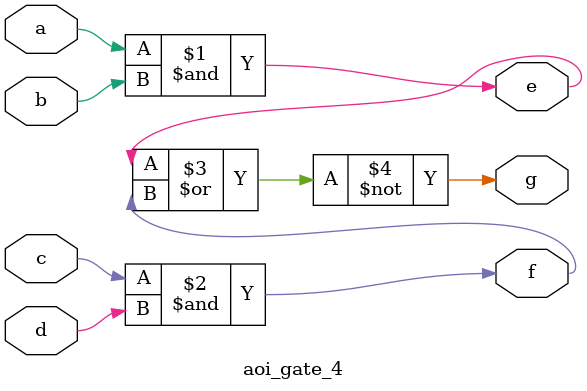
<source format=v>
`timescale 1ns / 1ps

module aoi_gate_4(a, b, c, d, e, f, g);
    input a, b, c, d;
    output e, f, g;

    assign e = a&b;
    assign f = c&d;
    assign g = ~(e|f);
endmodule

</source>
